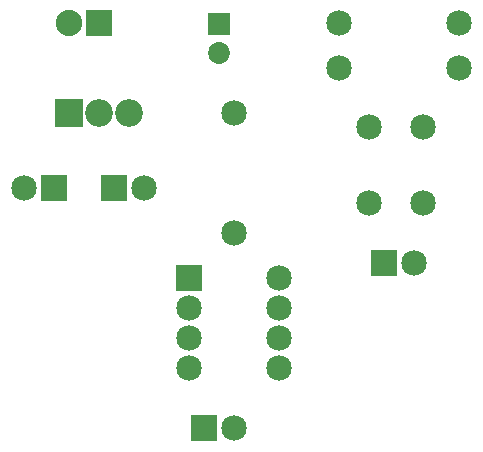
<source format=gts>
G04 MADE WITH FRITZING*
G04 WWW.FRITZING.ORG*
G04 DOUBLE SIDED*
G04 HOLES PLATED*
G04 CONTOUR ON CENTER OF CONTOUR VECTOR*
%ASAXBY*%
%FSLAX23Y23*%
%MOIN*%
%OFA0B0*%
%SFA1.0B1.0*%
%ADD10C,0.085000*%
%ADD11C,0.072992*%
%ADD12C,0.092000*%
%ADD13C,0.088000*%
%ADD14R,0.085000X0.085000*%
%ADD15R,0.072992X0.072992*%
%ADD16R,0.092000X0.092000*%
%ADD17R,0.088000X0.088000*%
%LNMASK1*%
G90*
G70*
G54D10*
X682Y771D03*
X982Y771D03*
X682Y671D03*
X982Y671D03*
X682Y571D03*
X982Y571D03*
X682Y471D03*
X982Y471D03*
X1582Y1621D03*
X1182Y1621D03*
X1182Y1471D03*
X1582Y1471D03*
X1332Y821D03*
X1432Y821D03*
X732Y271D03*
X832Y271D03*
X832Y921D03*
X832Y1321D03*
G54D11*
X782Y1620D03*
X782Y1521D03*
G54D10*
X1282Y1021D03*
X1282Y1277D03*
X1460Y1021D03*
X1460Y1277D03*
G54D12*
X282Y1321D03*
X382Y1321D03*
X482Y1321D03*
G54D10*
X232Y1071D03*
X132Y1071D03*
X432Y1071D03*
X532Y1071D03*
G54D13*
X382Y1621D03*
X282Y1621D03*
G54D14*
X682Y771D03*
X1332Y821D03*
X732Y271D03*
G54D15*
X782Y1620D03*
G54D16*
X282Y1321D03*
G54D14*
X232Y1071D03*
X432Y1071D03*
G54D17*
X382Y1621D03*
G04 End of Mask1*
M02*
</source>
